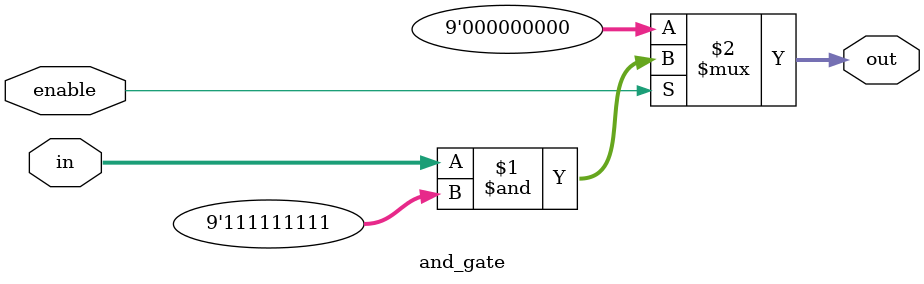
<source format=v>
`timescale 1ns / 1ps

module and_gate #(
    parameter WIDTH = 9
) (
    input wire enable,
    input wire [WIDTH-1:0] in,
    output wire [WIDTH-1:0] out
);
    assign out = enable ? in & {WIDTH{1'b1}} : {WIDTH{1'b0}};
    
endmodule
</source>
